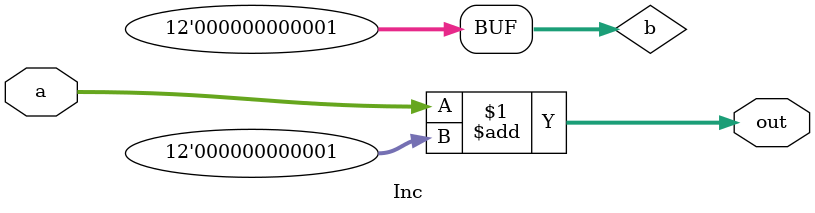
<source format=sv>
module Inc(input[12:0] a ,output[12:0] out);
	logic[11:0] b = 13'b0000000000001;
	assign out = a + b;
endmodule

</source>
